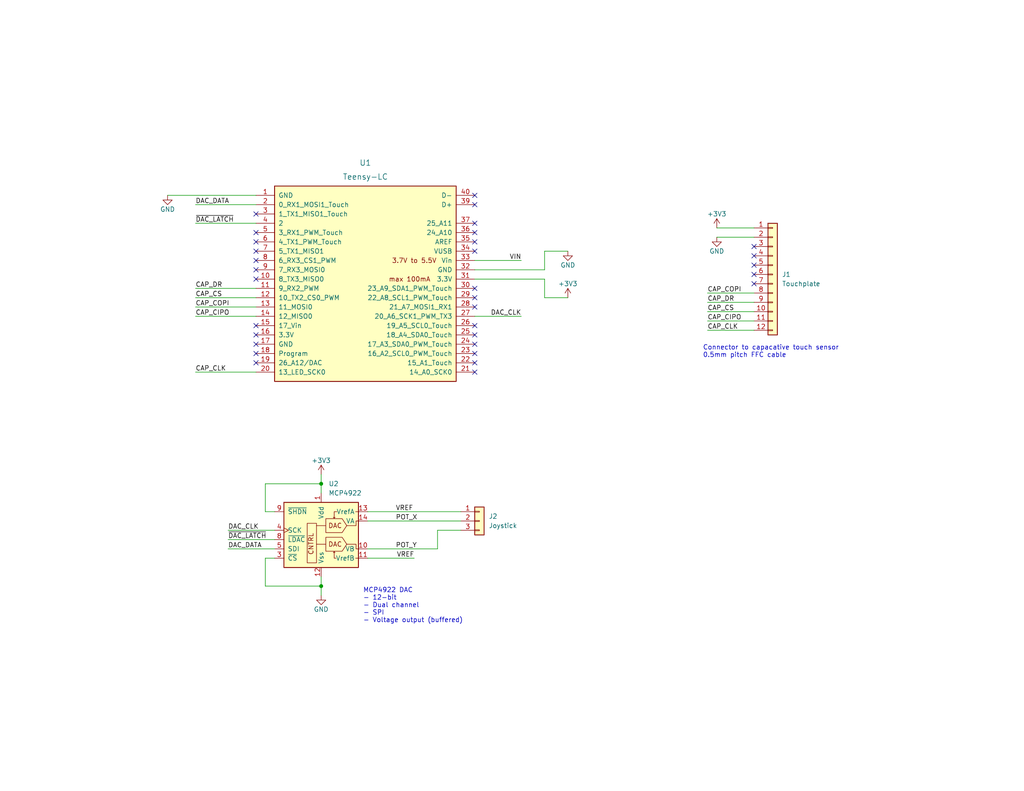
<source format=kicad_sch>
(kicad_sch (version 20211123) (generator eeschema)

  (uuid e63e39d7-6ac0-4ffd-8aa3-1841a4541b55)

  (paper "USLetter")

  (lib_symbols
    (symbol "Analog_DAC:MCP4922" (pin_names (offset 1.016)) (in_bom yes) (on_board yes)
      (property "Reference" "U" (id 0) (at -1.905 10.795 0)
        (effects (font (size 1.27 1.27)) (justify right))
      )
      (property "Value" "MCP4922" (id 1) (at -1.905 8.89 0)
        (effects (font (size 1.27 1.27)) (justify right))
      )
      (property "Footprint" "" (id 2) (at 20.32 -7.62 0)
        (effects (font (size 1.27 1.27)) hide)
      )
      (property "Datasheet" "http://ww1.microchip.com/downloads/en/DeviceDoc/22250A.pdf" (id 3) (at 20.32 -7.62 0)
        (effects (font (size 1.27 1.27)) hide)
      )
      (property "ki_keywords" "12-Bit DAC SPI 2CH" (id 4) (at 0 0 0)
        (effects (font (size 1.27 1.27)) hide)
      )
      (property "ki_description" "2-Channel 12-Bit D/A Converters with SPI Interface" (id 5) (at 0 0 0)
        (effects (font (size 1.27 1.27)) hide)
      )
      (property "ki_fp_filters" "DIP*W7.62mm* SOIC*3.9x8.7mm*P1.27mm* TSSOP*4.4x5mm*P0.65mm*" (id 6) (at 0 0 0)
        (effects (font (size 1.27 1.27)) hide)
      )
      (symbol "MCP4922_0_0"
        (polyline
          (pts
            (xy 3.556 -5.842)
            (xy 3.302 -6.096)
          )
          (stroke (width 0) (type default) (color 0 0 0 0))
          (fill (type none))
        )
        (polyline
          (pts
            (xy 3.556 -5.842)
            (xy 3.81 -6.096)
          )
          (stroke (width 0) (type default) (color 0 0 0 0))
          (fill (type none))
        )
        (polyline
          (pts
            (xy 3.556 3.302)
            (xy 3.302 3.556)
          )
          (stroke (width 0) (type default) (color 0 0 0 0))
          (fill (type none))
        )
        (polyline
          (pts
            (xy 3.556 3.302)
            (xy 3.81 3.556)
          )
          (stroke (width 0) (type default) (color 0 0 0 0))
          (fill (type none))
        )
        (polyline
          (pts
            (xy 10.16 -7.62)
            (xy 9.398 -7.62)
          )
          (stroke (width 0) (type default) (color 0 0 0 0))
          (fill (type none))
        )
        (polyline
          (pts
            (xy 10.16 5.08)
            (xy 9.398 5.08)
          )
          (stroke (width 0) (type default) (color 0 0 0 0))
          (fill (type none))
        )
        (polyline
          (pts
            (xy 4.064 -7.62)
            (xy 3.556 -7.62)
            (xy 3.556 -5.842)
          )
          (stroke (width 0) (type default) (color 0 0 0 0))
          (fill (type none))
        )
        (polyline
          (pts
            (xy 4.318 5.08)
            (xy 3.556 5.08)
            (xy 3.556 3.302)
          )
          (stroke (width 0) (type default) (color 0 0 0 0))
          (fill (type none))
        )
        (polyline
          (pts
            (xy 6.985 -3.81)
            (xy 9.525 -3.81)
            (xy 9.525 -5.08)
            (xy 10.16 -5.08)
          )
          (stroke (width 0) (type default) (color 0 0 0 0))
          (fill (type none))
        )
        (polyline
          (pts
            (xy 6.985 1.27)
            (xy 9.525 1.27)
            (xy 9.525 2.54)
            (xy 10.16 2.54)
          )
          (stroke (width 0) (type default) (color 0 0 0 0))
          (fill (type none))
        )
        (text "CNTRL" (at -2.032 -6.731 900)
          (effects (font (size 1.27 1.27)) (justify left bottom))
        )
        (text "DAC" (at 3.81 -3.81 0)
          (effects (font (size 1.27 1.27)))
        )
        (text "DAC" (at 3.81 1.27 0)
          (effects (font (size 1.27 1.27)))
        )
      )
      (symbol "MCP4922_0_1"
        (rectangle (start -10.16 7.62) (end 10.16 -10.16)
          (stroke (width 0.254) (type default) (color 0 0 0 0))
          (fill (type background))
        )
        (rectangle (start -1.27 -8.89) (end -3.81 1.905)
          (stroke (width 0) (type default) (color 0 0 0 0))
          (fill (type none))
        )
        (polyline
          (pts
            (xy 1.27 -3.81)
            (xy -1.27 -3.81)
          )
          (stroke (width 0) (type default) (color 0 0 0 0))
          (fill (type none))
        )
        (polyline
          (pts
            (xy 1.27 1.27)
            (xy -1.27 1.27)
          )
          (stroke (width 0) (type default) (color 0 0 0 0))
          (fill (type none))
        )
        (polyline
          (pts
            (xy 6.985 -3.81)
            (xy 5.715 -1.905)
            (xy 1.27 -1.905)
            (xy 1.27 -5.715)
            (xy 5.715 -5.715)
            (xy 6.985 -3.81)
          )
          (stroke (width 0) (type default) (color 0 0 0 0))
          (fill (type none))
        )
        (polyline
          (pts
            (xy 6.985 1.27)
            (xy 5.715 3.175)
            (xy 1.27 3.175)
            (xy 1.27 -0.635)
            (xy 5.715 -0.635)
            (xy 6.985 1.27)
          )
          (stroke (width 0) (type default) (color 0 0 0 0))
          (fill (type none))
        )
      )
      (symbol "MCP4922_1_1"
        (pin power_in line (at 0 10.16 270) (length 2.54)
          (name "Vdd" (effects (font (size 1.27 1.27))))
          (number "1" (effects (font (size 1.27 1.27))))
        )
        (pin output line (at 12.7 -5.08 180) (length 2.54)
          (name "VB" (effects (font (size 1.27 1.27))))
          (number "10" (effects (font (size 1.27 1.27))))
        )
        (pin input line (at 12.7 -7.62 180) (length 2.54)
          (name "VrefB" (effects (font (size 1.27 1.27))))
          (number "11" (effects (font (size 1.27 1.27))))
        )
        (pin power_in line (at 0 -12.7 90) (length 2.54)
          (name "Vss" (effects (font (size 1.27 1.27))))
          (number "12" (effects (font (size 1.27 1.27))))
        )
        (pin input line (at 12.7 5.08 180) (length 2.54)
          (name "VrefA" (effects (font (size 1.27 1.27))))
          (number "13" (effects (font (size 1.27 1.27))))
        )
        (pin output line (at 12.7 2.54 180) (length 2.54)
          (name "VA" (effects (font (size 1.27 1.27))))
          (number "14" (effects (font (size 1.27 1.27))))
        )
        (pin no_connect line (at -7.62 -12.7 90) (length 2.54) hide
          (name "NC" (effects (font (size 1.27 1.27))))
          (number "2" (effects (font (size 1.27 1.27))))
        )
        (pin input line (at -12.7 -7.62 0) (length 2.54)
          (name "~{CS}" (effects (font (size 1.27 1.27))))
          (number "3" (effects (font (size 1.27 1.27))))
        )
        (pin input clock (at -12.7 0 0) (length 2.54)
          (name "SCK" (effects (font (size 1.27 1.27))))
          (number "4" (effects (font (size 1.27 1.27))))
        )
        (pin input line (at -12.7 -5.08 0) (length 2.54)
          (name "SDI" (effects (font (size 1.27 1.27))))
          (number "5" (effects (font (size 1.27 1.27))))
        )
        (pin no_connect line (at -5.08 -12.7 90) (length 2.54) hide
          (name "NC" (effects (font (size 1.27 1.27))))
          (number "6" (effects (font (size 1.27 1.27))))
        )
        (pin no_connect line (at -2.54 -12.7 90) (length 2.54) hide
          (name "NC" (effects (font (size 1.27 1.27))))
          (number "7" (effects (font (size 1.27 1.27))))
        )
        (pin input line (at -12.7 -2.54 0) (length 2.54)
          (name "~{LDAC}" (effects (font (size 1.27 1.27))))
          (number "8" (effects (font (size 1.27 1.27))))
        )
        (pin output line (at -12.7 5.08 0) (length 2.54)
          (name "~{SHDN}" (effects (font (size 1.27 1.27))))
          (number "9" (effects (font (size 1.27 1.27))))
        )
      )
    )
    (symbol "Connector_Generic:Conn_01x03" (pin_names (offset 1.016) hide) (in_bom yes) (on_board yes)
      (property "Reference" "J" (id 0) (at 0 5.08 0)
        (effects (font (size 1.27 1.27)))
      )
      (property "Value" "Conn_01x03" (id 1) (at 0 -5.08 0)
        (effects (font (size 1.27 1.27)))
      )
      (property "Footprint" "" (id 2) (at 0 0 0)
        (effects (font (size 1.27 1.27)) hide)
      )
      (property "Datasheet" "~" (id 3) (at 0 0 0)
        (effects (font (size 1.27 1.27)) hide)
      )
      (property "ki_keywords" "connector" (id 4) (at 0 0 0)
        (effects (font (size 1.27 1.27)) hide)
      )
      (property "ki_description" "Generic connector, single row, 01x03, script generated (kicad-library-utils/schlib/autogen/connector/)" (id 5) (at 0 0 0)
        (effects (font (size 1.27 1.27)) hide)
      )
      (property "ki_fp_filters" "Connector*:*_1x??_*" (id 6) (at 0 0 0)
        (effects (font (size 1.27 1.27)) hide)
      )
      (symbol "Conn_01x03_1_1"
        (rectangle (start -1.27 -2.413) (end 0 -2.667)
          (stroke (width 0.1524) (type default) (color 0 0 0 0))
          (fill (type none))
        )
        (rectangle (start -1.27 0.127) (end 0 -0.127)
          (stroke (width 0.1524) (type default) (color 0 0 0 0))
          (fill (type none))
        )
        (rectangle (start -1.27 2.667) (end 0 2.413)
          (stroke (width 0.1524) (type default) (color 0 0 0 0))
          (fill (type none))
        )
        (rectangle (start -1.27 3.81) (end 1.27 -3.81)
          (stroke (width 0.254) (type default) (color 0 0 0 0))
          (fill (type background))
        )
        (pin passive line (at -5.08 2.54 0) (length 3.81)
          (name "Pin_1" (effects (font (size 1.27 1.27))))
          (number "1" (effects (font (size 1.27 1.27))))
        )
        (pin passive line (at -5.08 0 0) (length 3.81)
          (name "Pin_2" (effects (font (size 1.27 1.27))))
          (number "2" (effects (font (size 1.27 1.27))))
        )
        (pin passive line (at -5.08 -2.54 0) (length 3.81)
          (name "Pin_3" (effects (font (size 1.27 1.27))))
          (number "3" (effects (font (size 1.27 1.27))))
        )
      )
    )
    (symbol "Connector_Generic:Conn_01x12" (pin_names (offset 1.016) hide) (in_bom yes) (on_board yes)
      (property "Reference" "J" (id 0) (at 0 15.24 0)
        (effects (font (size 1.27 1.27)))
      )
      (property "Value" "Conn_01x12" (id 1) (at 0 -17.78 0)
        (effects (font (size 1.27 1.27)))
      )
      (property "Footprint" "" (id 2) (at 0 0 0)
        (effects (font (size 1.27 1.27)) hide)
      )
      (property "Datasheet" "~" (id 3) (at 0 0 0)
        (effects (font (size 1.27 1.27)) hide)
      )
      (property "ki_keywords" "connector" (id 4) (at 0 0 0)
        (effects (font (size 1.27 1.27)) hide)
      )
      (property "ki_description" "Generic connector, single row, 01x12, script generated (kicad-library-utils/schlib/autogen/connector/)" (id 5) (at 0 0 0)
        (effects (font (size 1.27 1.27)) hide)
      )
      (property "ki_fp_filters" "Connector*:*_1x??_*" (id 6) (at 0 0 0)
        (effects (font (size 1.27 1.27)) hide)
      )
      (symbol "Conn_01x12_1_1"
        (rectangle (start -1.27 -15.113) (end 0 -15.367)
          (stroke (width 0.1524) (type default) (color 0 0 0 0))
          (fill (type none))
        )
        (rectangle (start -1.27 -12.573) (end 0 -12.827)
          (stroke (width 0.1524) (type default) (color 0 0 0 0))
          (fill (type none))
        )
        (rectangle (start -1.27 -10.033) (end 0 -10.287)
          (stroke (width 0.1524) (type default) (color 0 0 0 0))
          (fill (type none))
        )
        (rectangle (start -1.27 -7.493) (end 0 -7.747)
          (stroke (width 0.1524) (type default) (color 0 0 0 0))
          (fill (type none))
        )
        (rectangle (start -1.27 -4.953) (end 0 -5.207)
          (stroke (width 0.1524) (type default) (color 0 0 0 0))
          (fill (type none))
        )
        (rectangle (start -1.27 -2.413) (end 0 -2.667)
          (stroke (width 0.1524) (type default) (color 0 0 0 0))
          (fill (type none))
        )
        (rectangle (start -1.27 0.127) (end 0 -0.127)
          (stroke (width 0.1524) (type default) (color 0 0 0 0))
          (fill (type none))
        )
        (rectangle (start -1.27 2.667) (end 0 2.413)
          (stroke (width 0.1524) (type default) (color 0 0 0 0))
          (fill (type none))
        )
        (rectangle (start -1.27 5.207) (end 0 4.953)
          (stroke (width 0.1524) (type default) (color 0 0 0 0))
          (fill (type none))
        )
        (rectangle (start -1.27 7.747) (end 0 7.493)
          (stroke (width 0.1524) (type default) (color 0 0 0 0))
          (fill (type none))
        )
        (rectangle (start -1.27 10.287) (end 0 10.033)
          (stroke (width 0.1524) (type default) (color 0 0 0 0))
          (fill (type none))
        )
        (rectangle (start -1.27 12.827) (end 0 12.573)
          (stroke (width 0.1524) (type default) (color 0 0 0 0))
          (fill (type none))
        )
        (rectangle (start -1.27 13.97) (end 1.27 -16.51)
          (stroke (width 0.254) (type default) (color 0 0 0 0))
          (fill (type background))
        )
        (pin passive line (at -5.08 12.7 0) (length 3.81)
          (name "Pin_1" (effects (font (size 1.27 1.27))))
          (number "1" (effects (font (size 1.27 1.27))))
        )
        (pin passive line (at -5.08 -10.16 0) (length 3.81)
          (name "Pin_10" (effects (font (size 1.27 1.27))))
          (number "10" (effects (font (size 1.27 1.27))))
        )
        (pin passive line (at -5.08 -12.7 0) (length 3.81)
          (name "Pin_11" (effects (font (size 1.27 1.27))))
          (number "11" (effects (font (size 1.27 1.27))))
        )
        (pin passive line (at -5.08 -15.24 0) (length 3.81)
          (name "Pin_12" (effects (font (size 1.27 1.27))))
          (number "12" (effects (font (size 1.27 1.27))))
        )
        (pin passive line (at -5.08 10.16 0) (length 3.81)
          (name "Pin_2" (effects (font (size 1.27 1.27))))
          (number "2" (effects (font (size 1.27 1.27))))
        )
        (pin passive line (at -5.08 7.62 0) (length 3.81)
          (name "Pin_3" (effects (font (size 1.27 1.27))))
          (number "3" (effects (font (size 1.27 1.27))))
        )
        (pin passive line (at -5.08 5.08 0) (length 3.81)
          (name "Pin_4" (effects (font (size 1.27 1.27))))
          (number "4" (effects (font (size 1.27 1.27))))
        )
        (pin passive line (at -5.08 2.54 0) (length 3.81)
          (name "Pin_5" (effects (font (size 1.27 1.27))))
          (number "5" (effects (font (size 1.27 1.27))))
        )
        (pin passive line (at -5.08 0 0) (length 3.81)
          (name "Pin_6" (effects (font (size 1.27 1.27))))
          (number "6" (effects (font (size 1.27 1.27))))
        )
        (pin passive line (at -5.08 -2.54 0) (length 3.81)
          (name "Pin_7" (effects (font (size 1.27 1.27))))
          (number "7" (effects (font (size 1.27 1.27))))
        )
        (pin passive line (at -5.08 -5.08 0) (length 3.81)
          (name "Pin_8" (effects (font (size 1.27 1.27))))
          (number "8" (effects (font (size 1.27 1.27))))
        )
        (pin passive line (at -5.08 -7.62 0) (length 3.81)
          (name "Pin_9" (effects (font (size 1.27 1.27))))
          (number "9" (effects (font (size 1.27 1.27))))
        )
      )
    )
    (symbol "power:+3.3V" (power) (pin_names (offset 0)) (in_bom yes) (on_board yes)
      (property "Reference" "#PWR" (id 0) (at 0 -3.81 0)
        (effects (font (size 1.27 1.27)) hide)
      )
      (property "Value" "+3.3V" (id 1) (at 0 3.556 0)
        (effects (font (size 1.27 1.27)))
      )
      (property "Footprint" "" (id 2) (at 0 0 0)
        (effects (font (size 1.27 1.27)) hide)
      )
      (property "Datasheet" "" (id 3) (at 0 0 0)
        (effects (font (size 1.27 1.27)) hide)
      )
      (property "ki_keywords" "power-flag" (id 4) (at 0 0 0)
        (effects (font (size 1.27 1.27)) hide)
      )
      (property "ki_description" "Power symbol creates a global label with name \"+3.3V\"" (id 5) (at 0 0 0)
        (effects (font (size 1.27 1.27)) hide)
      )
      (symbol "+3.3V_0_1"
        (polyline
          (pts
            (xy -0.762 1.27)
            (xy 0 2.54)
          )
          (stroke (width 0) (type default) (color 0 0 0 0))
          (fill (type none))
        )
        (polyline
          (pts
            (xy 0 0)
            (xy 0 2.54)
          )
          (stroke (width 0) (type default) (color 0 0 0 0))
          (fill (type none))
        )
        (polyline
          (pts
            (xy 0 2.54)
            (xy 0.762 1.27)
          )
          (stroke (width 0) (type default) (color 0 0 0 0))
          (fill (type none))
        )
      )
      (symbol "+3.3V_1_1"
        (pin power_in line (at 0 0 90) (length 0) hide
          (name "+3V3" (effects (font (size 1.27 1.27))))
          (number "1" (effects (font (size 1.27 1.27))))
        )
      )
    )
    (symbol "power:GND" (power) (pin_names (offset 0)) (in_bom yes) (on_board yes)
      (property "Reference" "#PWR" (id 0) (at 0 -6.35 0)
        (effects (font (size 1.27 1.27)) hide)
      )
      (property "Value" "GND" (id 1) (at 0 -3.81 0)
        (effects (font (size 1.27 1.27)))
      )
      (property "Footprint" "" (id 2) (at 0 0 0)
        (effects (font (size 1.27 1.27)) hide)
      )
      (property "Datasheet" "" (id 3) (at 0 0 0)
        (effects (font (size 1.27 1.27)) hide)
      )
      (property "ki_keywords" "power-flag" (id 4) (at 0 0 0)
        (effects (font (size 1.27 1.27)) hide)
      )
      (property "ki_description" "Power symbol creates a global label with name \"GND\" , ground" (id 5) (at 0 0 0)
        (effects (font (size 1.27 1.27)) hide)
      )
      (symbol "GND_0_1"
        (polyline
          (pts
            (xy 0 0)
            (xy 0 -1.27)
            (xy 1.27 -1.27)
            (xy 0 -2.54)
            (xy -1.27 -1.27)
            (xy 0 -1.27)
          )
          (stroke (width 0) (type default) (color 0 0 0 0))
          (fill (type none))
        )
      )
      (symbol "GND_1_1"
        (pin power_in line (at 0 0 270) (length 0) hide
          (name "GND" (effects (font (size 1.27 1.27))))
          (number "1" (effects (font (size 1.27 1.27))))
        )
      )
    )
    (symbol "teensy:Teensy-LC" (pin_names (offset 1.016)) (in_bom yes) (on_board yes)
      (property "Reference" "U" (id 0) (at 0 29.21 0)
        (effects (font (size 1.524 1.524)))
      )
      (property "Value" "Teensy-LC" (id 1) (at 0 -29.21 0)
        (effects (font (size 1.524 1.524)))
      )
      (property "Footprint" "" (id 2) (at 0 -13.97 0)
        (effects (font (size 1.524 1.524)))
      )
      (property "Datasheet" "" (id 3) (at 0 -13.97 0)
        (effects (font (size 1.524 1.524)))
      )
      (symbol "Teensy-LC_0_0"
        (text "3.7V to 5.5V" (at 13.97 6.35 0)
          (effects (font (size 1.27 1.27)))
        )
        (text "max 100mA" (at 12.7 1.27 0)
          (effects (font (size 1.27 1.27)))
        )
      )
      (symbol "Teensy-LC_0_1"
        (rectangle (start -24.13 26.67) (end 25.4 -26.67)
          (stroke (width 0.254) (type default) (color 0 0 0 0))
          (fill (type background))
        )
      )
      (symbol "Teensy-LC_1_1"
        (pin power_in line (at -29.21 24.13 0) (length 5.08)
          (name "GND" (effects (font (size 1.27 1.27))))
          (number "1" (effects (font (size 1.27 1.27))))
        )
        (pin bidirectional line (at -29.21 1.27 0) (length 5.08)
          (name "8_TX3_MISO0" (effects (font (size 1.27 1.27))))
          (number "10" (effects (font (size 1.27 1.27))))
        )
        (pin bidirectional line (at -29.21 -1.27 0) (length 5.08)
          (name "9_RX2_PWM" (effects (font (size 1.27 1.27))))
          (number "11" (effects (font (size 1.27 1.27))))
        )
        (pin bidirectional line (at -29.21 -3.81 0) (length 5.08)
          (name "10_TX2_CS0_PWM" (effects (font (size 1.27 1.27))))
          (number "12" (effects (font (size 1.27 1.27))))
        )
        (pin bidirectional line (at -29.21 -6.35 0) (length 5.08)
          (name "11_MOSI0" (effects (font (size 1.27 1.27))))
          (number "13" (effects (font (size 1.27 1.27))))
        )
        (pin bidirectional line (at -29.21 -8.89 0) (length 5.08)
          (name "12_MISO0" (effects (font (size 1.27 1.27))))
          (number "14" (effects (font (size 1.27 1.27))))
        )
        (pin output line (at -29.21 -11.43 0) (length 5.08)
          (name "17_Vin" (effects (font (size 1.27 1.27))))
          (number "15" (effects (font (size 1.27 1.27))))
        )
        (pin power_in line (at -29.21 -13.97 0) (length 5.08)
          (name "3.3V" (effects (font (size 1.27 1.27))))
          (number "16" (effects (font (size 1.27 1.27))))
        )
        (pin power_in line (at -29.21 -16.51 0) (length 5.08)
          (name "GND" (effects (font (size 1.27 1.27))))
          (number "17" (effects (font (size 1.27 1.27))))
        )
        (pin input line (at -29.21 -19.05 0) (length 5.08)
          (name "Program" (effects (font (size 1.27 1.27))))
          (number "18" (effects (font (size 1.27 1.27))))
        )
        (pin bidirectional line (at -29.21 -21.59 0) (length 5.08)
          (name "26_A12/DAC" (effects (font (size 1.27 1.27))))
          (number "19" (effects (font (size 1.27 1.27))))
        )
        (pin bidirectional line (at -29.21 21.59 0) (length 5.08)
          (name "0_RX1_MOSI1_Touch" (effects (font (size 1.27 1.27))))
          (number "2" (effects (font (size 1.27 1.27))))
        )
        (pin bidirectional line (at -29.21 -24.13 0) (length 5.08)
          (name "13_LED_SCK0" (effects (font (size 1.27 1.27))))
          (number "20" (effects (font (size 1.27 1.27))))
        )
        (pin bidirectional line (at 30.48 -24.13 180) (length 5.08)
          (name "14_A0_SCK0" (effects (font (size 1.27 1.27))))
          (number "21" (effects (font (size 1.27 1.27))))
        )
        (pin bidirectional line (at 30.48 -21.59 180) (length 5.08)
          (name "15_A1_Touch" (effects (font (size 1.27 1.27))))
          (number "22" (effects (font (size 1.27 1.27))))
        )
        (pin bidirectional line (at 30.48 -19.05 180) (length 5.08)
          (name "16_A2_SCL0_PWM_Touch" (effects (font (size 1.27 1.27))))
          (number "23" (effects (font (size 1.27 1.27))))
        )
        (pin bidirectional line (at 30.48 -16.51 180) (length 5.08)
          (name "17_A3_SDA0_PWM_Touch" (effects (font (size 1.27 1.27))))
          (number "24" (effects (font (size 1.27 1.27))))
        )
        (pin bidirectional line (at 30.48 -13.97 180) (length 5.08)
          (name "18_A4_SDA0_Touch" (effects (font (size 1.27 1.27))))
          (number "25" (effects (font (size 1.27 1.27))))
        )
        (pin bidirectional line (at 30.48 -11.43 180) (length 5.08)
          (name "19_A5_SCL0_Touch" (effects (font (size 1.27 1.27))))
          (number "26" (effects (font (size 1.27 1.27))))
        )
        (pin bidirectional line (at 30.48 -8.89 180) (length 5.08)
          (name "20_A6_SCK1_PWM_TX3" (effects (font (size 1.27 1.27))))
          (number "27" (effects (font (size 1.27 1.27))))
        )
        (pin bidirectional line (at 30.48 -6.35 180) (length 5.08)
          (name "21_A7_MOSI1_RX1" (effects (font (size 1.27 1.27))))
          (number "28" (effects (font (size 1.27 1.27))))
        )
        (pin bidirectional line (at 30.48 -3.81 180) (length 5.08)
          (name "22_A8_SCL1_PWM_Touch" (effects (font (size 1.27 1.27))))
          (number "29" (effects (font (size 1.27 1.27))))
        )
        (pin bidirectional line (at -29.21 19.05 0) (length 5.08)
          (name "1_TX1_MISO1_Touch" (effects (font (size 1.27 1.27))))
          (number "3" (effects (font (size 1.27 1.27))))
        )
        (pin bidirectional line (at 30.48 -1.27 180) (length 5.08)
          (name "23_A9_SDA1_PWM_Touch" (effects (font (size 1.27 1.27))))
          (number "30" (effects (font (size 1.27 1.27))))
        )
        (pin power_out line (at 30.48 1.27 180) (length 5.08)
          (name "3.3V" (effects (font (size 1.27 1.27))))
          (number "31" (effects (font (size 1.27 1.27))))
        )
        (pin power_in line (at 30.48 3.81 180) (length 5.08)
          (name "GND" (effects (font (size 1.27 1.27))))
          (number "32" (effects (font (size 1.27 1.27))))
        )
        (pin power_in line (at 30.48 6.35 180) (length 5.08)
          (name "Vin" (effects (font (size 1.27 1.27))))
          (number "33" (effects (font (size 1.27 1.27))))
        )
        (pin power_in line (at 30.48 8.89 180) (length 5.08)
          (name "VUSB" (effects (font (size 1.27 1.27))))
          (number "34" (effects (font (size 1.27 1.27))))
        )
        (pin input line (at 30.48 11.43 180) (length 5.08)
          (name "AREF" (effects (font (size 1.27 1.27))))
          (number "35" (effects (font (size 1.27 1.27))))
        )
        (pin bidirectional line (at 30.48 13.97 180) (length 5.08)
          (name "24_A10" (effects (font (size 1.27 1.27))))
          (number "36" (effects (font (size 1.27 1.27))))
        )
        (pin bidirectional line (at 30.48 16.51 180) (length 5.08)
          (name "25_A11" (effects (font (size 1.27 1.27))))
          (number "37" (effects (font (size 1.27 1.27))))
        )
        (pin bidirectional line (at 30.48 21.59 180) (length 5.08)
          (name "D+" (effects (font (size 1.27 1.27))))
          (number "39" (effects (font (size 1.27 1.27))))
        )
        (pin bidirectional line (at -29.21 16.51 0) (length 5.08)
          (name "2" (effects (font (size 1.27 1.27))))
          (number "4" (effects (font (size 1.27 1.27))))
        )
        (pin bidirectional line (at 30.48 24.13 180) (length 5.08)
          (name "D-" (effects (font (size 1.27 1.27))))
          (number "40" (effects (font (size 1.27 1.27))))
        )
        (pin bidirectional line (at -29.21 13.97 0) (length 5.08)
          (name "3_RX1_PWM_Touch" (effects (font (size 1.27 1.27))))
          (number "5" (effects (font (size 1.27 1.27))))
        )
        (pin bidirectional line (at -29.21 11.43 0) (length 5.08)
          (name "4_TX1_PWM_Touch" (effects (font (size 1.27 1.27))))
          (number "6" (effects (font (size 1.27 1.27))))
        )
        (pin bidirectional line (at -29.21 8.89 0) (length 5.08)
          (name "5_TX1_MISO1" (effects (font (size 1.27 1.27))))
          (number "7" (effects (font (size 1.27 1.27))))
        )
        (pin bidirectional line (at -29.21 6.35 0) (length 5.08)
          (name "6_RX3_CS1_PWM" (effects (font (size 1.27 1.27))))
          (number "8" (effects (font (size 1.27 1.27))))
        )
        (pin bidirectional line (at -29.21 3.81 0) (length 5.08)
          (name "7_RX3_MOSI0" (effects (font (size 1.27 1.27))))
          (number "9" (effects (font (size 1.27 1.27))))
        )
      )
    )
  )

  (junction (at 87.63 160.02) (diameter 0) (color 0 0 0 0)
    (uuid 5d7bfcfa-2c97-4dd7-ae44-67b45a5f8d95)
  )
  (junction (at 87.63 132.08) (diameter 0) (color 0 0 0 0)
    (uuid 5fec07fd-90f1-4f38-b7ad-a76ec3c64058)
  )

  (no_connect (at 205.74 72.39) (uuid 00c2d83b-ae83-4f68-93c0-332f0e4979a5))
  (no_connect (at 69.85 58.42) (uuid 31fff217-a96d-4de1-ae45-a1253dcaa4c2))
  (no_connect (at 69.85 88.9) (uuid af650a66-e0bd-4087-b628-2390fd9c9bac))
  (no_connect (at 69.85 91.44) (uuid af650a66-e0bd-4087-b628-2390fd9c9bad))
  (no_connect (at 69.85 93.98) (uuid af650a66-e0bd-4087-b628-2390fd9c9bae))
  (no_connect (at 205.74 67.31) (uuid c25fd387-e3b4-4cc4-a8f0-fc9b46842dee))
  (no_connect (at 205.74 77.47) (uuid c2b50cf3-d554-4691-aeb3-98104b3f8f51))
  (no_connect (at 205.74 74.93) (uuid e2291e5c-68d4-47d1-bcec-e9358a86756d))
  (no_connect (at 129.54 101.6) (uuid f0f64081-9745-4ff4-86e8-3f39e731207b))
  (no_connect (at 129.54 88.9) (uuid f0f64081-9745-4ff4-86e8-3f39e731207c))
  (no_connect (at 129.54 99.06) (uuid f0f64081-9745-4ff4-86e8-3f39e731207d))
  (no_connect (at 129.54 93.98) (uuid f0f64081-9745-4ff4-86e8-3f39e731207e))
  (no_connect (at 129.54 96.52) (uuid f0f64081-9745-4ff4-86e8-3f39e731207f))
  (no_connect (at 129.54 91.44) (uuid f0f64081-9745-4ff4-86e8-3f39e7312080))
  (no_connect (at 129.54 68.58) (uuid f0f64081-9745-4ff4-86e8-3f39e7312081))
  (no_connect (at 129.54 81.28) (uuid f0f64081-9745-4ff4-86e8-3f39e7312082))
  (no_connect (at 129.54 66.04) (uuid f0f64081-9745-4ff4-86e8-3f39e7312083))
  (no_connect (at 129.54 83.82) (uuid f0f64081-9745-4ff4-86e8-3f39e7312084))
  (no_connect (at 129.54 78.74) (uuid f0f64081-9745-4ff4-86e8-3f39e7312085))
  (no_connect (at 129.54 63.5) (uuid f0f64081-9745-4ff4-86e8-3f39e7312086))
  (no_connect (at 129.54 53.34) (uuid f0f64081-9745-4ff4-86e8-3f39e7312087))
  (no_connect (at 129.54 60.96) (uuid f0f64081-9745-4ff4-86e8-3f39e7312088))
  (no_connect (at 129.54 55.88) (uuid f0f64081-9745-4ff4-86e8-3f39e7312089))
  (no_connect (at 69.85 73.66) (uuid f0f64081-9745-4ff4-86e8-3f39e731208a))
  (no_connect (at 69.85 71.12) (uuid f0f64081-9745-4ff4-86e8-3f39e731208b))
  (no_connect (at 69.85 68.58) (uuid f0f64081-9745-4ff4-86e8-3f39e731208c))
  (no_connect (at 69.85 76.2) (uuid f0f64081-9745-4ff4-86e8-3f39e731208d))
  (no_connect (at 69.85 63.5) (uuid f0f64081-9745-4ff4-86e8-3f39e731208e))
  (no_connect (at 69.85 66.04) (uuid f0f64081-9745-4ff4-86e8-3f39e731208f))
  (no_connect (at 69.85 96.52) (uuid f0f64081-9745-4ff4-86e8-3f39e7312090))
  (no_connect (at 69.85 99.06) (uuid f0f64081-9745-4ff4-86e8-3f39e7312091))
  (no_connect (at 205.74 69.85) (uuid fc13daa7-16d2-4671-9231-21b3a3dcd3eb))

  (wire (pts (xy 53.34 83.82) (xy 69.85 83.82))
    (stroke (width 0) (type default) (color 0 0 0 0))
    (uuid 0242b663-8d70-4160-b640-af455388fe6c)
  )
  (wire (pts (xy 129.54 73.66) (xy 148.59 73.66))
    (stroke (width 0) (type default) (color 0 0 0 0))
    (uuid 02a15e94-07e6-430b-9591-116c7ae15f30)
  )
  (wire (pts (xy 193.04 85.09) (xy 205.74 85.09))
    (stroke (width 0) (type default) (color 0 0 0 0))
    (uuid 09e8535c-28a4-41d3-ab0b-419ee83589f0)
  )
  (wire (pts (xy 100.33 152.4) (xy 113.03 152.4))
    (stroke (width 0) (type default) (color 0 0 0 0))
    (uuid 0be63014-81c7-4514-8e6c-54b5c6a50048)
  )
  (wire (pts (xy 193.04 82.55) (xy 205.74 82.55))
    (stroke (width 0) (type default) (color 0 0 0 0))
    (uuid 198cbea0-5a44-4557-ac22-256d1aa0a65f)
  )
  (wire (pts (xy 148.59 68.58) (xy 154.94 68.58))
    (stroke (width 0) (type default) (color 0 0 0 0))
    (uuid 1ea4aa14-ca03-40f5-8313-7b9c4ce6ea57)
  )
  (wire (pts (xy 193.04 90.17) (xy 205.74 90.17))
    (stroke (width 0) (type default) (color 0 0 0 0))
    (uuid 2a48d094-0c1e-4366-b8e9-3d37a5974531)
  )
  (wire (pts (xy 53.34 60.96) (xy 69.85 60.96))
    (stroke (width 0) (type default) (color 0 0 0 0))
    (uuid 2baf1f97-eb75-4dd8-a4fa-6d4232db6fd6)
  )
  (wire (pts (xy 100.33 139.7) (xy 125.73 139.7))
    (stroke (width 0) (type default) (color 0 0 0 0))
    (uuid 30c24abb-6406-41df-8566-d6575a18628c)
  )
  (wire (pts (xy 87.63 160.02) (xy 87.63 162.56))
    (stroke (width 0) (type default) (color 0 0 0 0))
    (uuid 3624f8ff-2425-4b82-a6fc-b0ddd7bfdf00)
  )
  (wire (pts (xy 125.73 144.78) (xy 119.38 144.78))
    (stroke (width 0) (type default) (color 0 0 0 0))
    (uuid 3c5ef32c-4145-420d-b2b9-fae73bd49f01)
  )
  (wire (pts (xy 62.23 147.32) (xy 74.93 147.32))
    (stroke (width 0) (type default) (color 0 0 0 0))
    (uuid 3e02753a-2a2b-403c-b3b3-47722b4eb120)
  )
  (wire (pts (xy 53.34 81.28) (xy 69.85 81.28))
    (stroke (width 0) (type default) (color 0 0 0 0))
    (uuid 49847794-2a0e-467f-a944-ebc1e7380e00)
  )
  (wire (pts (xy 62.23 144.78) (xy 74.93 144.78))
    (stroke (width 0) (type default) (color 0 0 0 0))
    (uuid 4f2c262a-0563-476d-9a7a-5ecbbf90e124)
  )
  (wire (pts (xy 72.39 132.08) (xy 87.63 132.08))
    (stroke (width 0) (type default) (color 0 0 0 0))
    (uuid 551c8104-3090-4d26-bd9b-985dcf0e47ef)
  )
  (wire (pts (xy 142.24 71.12) (xy 129.54 71.12))
    (stroke (width 0) (type default) (color 0 0 0 0))
    (uuid 56e24d2e-dd24-4d6b-8ca4-ed2e05b00281)
  )
  (wire (pts (xy 195.58 64.77) (xy 205.74 64.77))
    (stroke (width 0) (type default) (color 0 0 0 0))
    (uuid 5a864e63-3bc5-4963-8f67-c16e2c76627c)
  )
  (wire (pts (xy 154.94 81.28) (xy 148.59 81.28))
    (stroke (width 0) (type default) (color 0 0 0 0))
    (uuid 6f59a8bd-0a61-46d7-9f68-2031a4cb1f0e)
  )
  (wire (pts (xy 148.59 76.2) (xy 148.59 81.28))
    (stroke (width 0) (type default) (color 0 0 0 0))
    (uuid 7565bcc7-6eab-49a5-8545-ee6ecb7d9c3e)
  )
  (wire (pts (xy 72.39 160.02) (xy 87.63 160.02))
    (stroke (width 0) (type default) (color 0 0 0 0))
    (uuid 76a61e91-6a31-4a64-800c-1db68fb865da)
  )
  (wire (pts (xy 100.33 142.24) (xy 125.73 142.24))
    (stroke (width 0) (type default) (color 0 0 0 0))
    (uuid 7a9f076f-3948-481c-b191-81b90a1c6686)
  )
  (wire (pts (xy 62.23 149.86) (xy 74.93 149.86))
    (stroke (width 0) (type default) (color 0 0 0 0))
    (uuid 8130c83c-e88e-425f-92d4-f32a6f6260ef)
  )
  (wire (pts (xy 72.39 139.7) (xy 72.39 132.08))
    (stroke (width 0) (type default) (color 0 0 0 0))
    (uuid a141222d-c2af-45b8-93cc-094485819df4)
  )
  (wire (pts (xy 87.63 132.08) (xy 87.63 134.62))
    (stroke (width 0) (type default) (color 0 0 0 0))
    (uuid a546a891-9b17-4995-887d-31474bfe656d)
  )
  (wire (pts (xy 193.04 80.01) (xy 205.74 80.01))
    (stroke (width 0) (type default) (color 0 0 0 0))
    (uuid a5d5168e-9a2c-44a8-ad10-9c00265811ec)
  )
  (wire (pts (xy 53.34 101.6) (xy 69.85 101.6))
    (stroke (width 0) (type default) (color 0 0 0 0))
    (uuid b68a34bc-9eb8-4169-8a99-1d7ab68d58b5)
  )
  (wire (pts (xy 100.33 149.86) (xy 119.38 149.86))
    (stroke (width 0) (type default) (color 0 0 0 0))
    (uuid b90c44b9-8878-4981-a456-863daee41be7)
  )
  (wire (pts (xy 87.63 157.48) (xy 87.63 160.02))
    (stroke (width 0) (type default) (color 0 0 0 0))
    (uuid c341f603-0111-4092-9153-7b18a8e190f2)
  )
  (wire (pts (xy 72.39 152.4) (xy 72.39 160.02))
    (stroke (width 0) (type default) (color 0 0 0 0))
    (uuid c54852e5-db20-4ec8-9d3c-523a7048f041)
  )
  (wire (pts (xy 72.39 152.4) (xy 74.93 152.4))
    (stroke (width 0) (type default) (color 0 0 0 0))
    (uuid c78327a9-b3ae-411a-80d8-a6a4315749a8)
  )
  (wire (pts (xy 195.58 62.23) (xy 205.74 62.23))
    (stroke (width 0) (type default) (color 0 0 0 0))
    (uuid c84dfc2f-bf9d-437c-8953-3d10be5fde6a)
  )
  (wire (pts (xy 129.54 76.2) (xy 148.59 76.2))
    (stroke (width 0) (type default) (color 0 0 0 0))
    (uuid cb3661a5-5176-4662-9390-29857ae7b231)
  )
  (wire (pts (xy 53.34 78.74) (xy 69.85 78.74))
    (stroke (width 0) (type default) (color 0 0 0 0))
    (uuid d33ebc44-d80e-4fbe-83cc-2d4edd11e4ca)
  )
  (wire (pts (xy 72.39 139.7) (xy 74.93 139.7))
    (stroke (width 0) (type default) (color 0 0 0 0))
    (uuid d6594617-1361-4a74-9b3a-a5c3d0392c3b)
  )
  (wire (pts (xy 45.72 53.34) (xy 69.85 53.34))
    (stroke (width 0) (type default) (color 0 0 0 0))
    (uuid db9bef24-2a16-495c-b595-e8fbcacf89c9)
  )
  (wire (pts (xy 53.34 55.88) (xy 69.85 55.88))
    (stroke (width 0) (type default) (color 0 0 0 0))
    (uuid dc116e2b-a49d-4db9-b7b2-aa7668eed83e)
  )
  (wire (pts (xy 193.04 87.63) (xy 205.74 87.63))
    (stroke (width 0) (type default) (color 0 0 0 0))
    (uuid dc7c230b-368c-46e7-9ebd-7f18912341e7)
  )
  (wire (pts (xy 148.59 73.66) (xy 148.59 68.58))
    (stroke (width 0) (type default) (color 0 0 0 0))
    (uuid e48c1c50-151e-43db-867d-ea2cac1dc8ea)
  )
  (wire (pts (xy 129.54 86.36) (xy 142.24 86.36))
    (stroke (width 0) (type default) (color 0 0 0 0))
    (uuid e56c633e-8352-4fee-bb2e-787b591193a9)
  )
  (wire (pts (xy 53.34 86.36) (xy 69.85 86.36))
    (stroke (width 0) (type default) (color 0 0 0 0))
    (uuid f34040d4-ec9f-4fc4-b64d-2e40d48376fb)
  )
  (wire (pts (xy 87.63 129.54) (xy 87.63 132.08))
    (stroke (width 0) (type default) (color 0 0 0 0))
    (uuid f97113b5-321f-4a72-9cf9-d49e6f31c6e9)
  )
  (wire (pts (xy 119.38 144.78) (xy 119.38 149.86))
    (stroke (width 0) (type default) (color 0 0 0 0))
    (uuid fd670dee-fa82-4832-b717-73eaf526dc60)
  )

  (text "MCP4922 DAC\n- 12-bit\n- Dual channel\n- SPI\n- Voltage output (buffered)\n"
    (at 99.06 170.18 0)
    (effects (font (size 1.27 1.27)) (justify left bottom))
    (uuid cd3ebbbd-b3bf-4c30-a70d-80ba513cd156)
  )
  (text "Connector to capacative touch sensor \n0.5mm pitch FFC cable"
    (at 191.77 97.79 0)
    (effects (font (size 1.27 1.27)) (justify left bottom))
    (uuid d2733ef0-45ba-42f8-b732-aa16695fb6ef)
  )

  (label "POT_X" (at 107.95 142.24 0)
    (effects (font (size 1.27 1.27)) (justify left bottom))
    (uuid 0748f60e-b22c-4601-8bcd-bca60c1c42f7)
  )
  (label "CAP_CIPO" (at 53.34 86.36 0)
    (effects (font (size 1.27 1.27)) (justify left bottom))
    (uuid 0b47d9d6-fc14-474e-9b04-4c15a9e80b3f)
  )
  (label "CAP_COPI" (at 53.34 83.82 0)
    (effects (font (size 1.27 1.27)) (justify left bottom))
    (uuid 1f1d468a-d726-4f70-914c-657fb3771c13)
  )
  (label "~{DAC_LATCH}" (at 53.34 60.96 0)
    (effects (font (size 1.27 1.27)) (justify left bottom))
    (uuid 3095f10e-fa44-4cf0-98ee-2b3475f37e6b)
  )
  (label "~{DAC_LATCH}" (at 62.23 147.32 0)
    (effects (font (size 1.27 1.27)) (justify left bottom))
    (uuid 4d8d771b-e8f5-4371-8347-532326385dca)
  )
  (label "CAP_COPI" (at 193.04 80.01 0)
    (effects (font (size 1.27 1.27)) (justify left bottom))
    (uuid 58b8e92f-ebc7-49f7-8c09-bd4667742e68)
  )
  (label "DAC_DATA" (at 62.23 149.86 0)
    (effects (font (size 1.27 1.27)) (justify left bottom))
    (uuid 6147684c-fd4f-4edf-84da-b30098bfae51)
  )
  (label "CAP_CIPO" (at 193.04 87.63 0)
    (effects (font (size 1.27 1.27)) (justify left bottom))
    (uuid 724c9323-b684-43ff-883d-85a7d852f8ed)
  )
  (label "CAP_CLK" (at 193.04 90.17 0)
    (effects (font (size 1.27 1.27)) (justify left bottom))
    (uuid 7944be1a-33b2-4890-95a1-088029ee8fe8)
  )
  (label "CAP_DR" (at 193.04 82.55 0)
    (effects (font (size 1.27 1.27)) (justify left bottom))
    (uuid 7be574d5-14bd-401a-b467-87ce57f4dbb8)
  )
  (label "CAP_CLK" (at 53.34 101.6 0)
    (effects (font (size 1.27 1.27)) (justify left bottom))
    (uuid 8791c2cb-537e-447b-9468-5781a0b25811)
  )
  (label "VREF" (at 113.03 152.4 180)
    (effects (font (size 1.27 1.27)) (justify right bottom))
    (uuid 87eac53e-9ef9-4ff8-b925-d77a5be8a1ba)
  )
  (label "VREF" (at 107.95 139.7 0)
    (effects (font (size 1.27 1.27)) (justify left bottom))
    (uuid 96623308-2472-4c96-9e9d-ec52d546757e)
  )
  (label "VIN" (at 142.24 71.12 180)
    (effects (font (size 1.27 1.27)) (justify right bottom))
    (uuid a36a40b5-8212-49c1-9818-a259753ea85b)
  )
  (label "DAC_DATA" (at 53.34 55.88 0)
    (effects (font (size 1.27 1.27)) (justify left bottom))
    (uuid ad5ccd22-b910-4c82-b5cb-fc8c9a9fdcd9)
  )
  (label "CAP_CS" (at 193.04 85.09 0)
    (effects (font (size 1.27 1.27)) (justify left bottom))
    (uuid b119e32e-1bd3-4288-b336-adb3f6c015d1)
  )
  (label "CAP_DR" (at 53.34 78.74 0)
    (effects (font (size 1.27 1.27)) (justify left bottom))
    (uuid dcd71d97-af6b-4bd6-9a81-6b70c4a64196)
  )
  (label "POT_Y" (at 107.95 149.86 0)
    (effects (font (size 1.27 1.27)) (justify left bottom))
    (uuid dff26fee-5bcd-4ffc-9eaf-4ea5f6dd7400)
  )
  (label "DAC_CLK" (at 62.23 144.78 0)
    (effects (font (size 1.27 1.27)) (justify left bottom))
    (uuid edd32688-4bbf-44bb-8250-734f72549201)
  )
  (label "CAP_CS" (at 53.34 81.28 0)
    (effects (font (size 1.27 1.27)) (justify left bottom))
    (uuid f99185d8-3d1b-4847-86cf-2527e1206e40)
  )
  (label "DAC_CLK" (at 142.24 86.36 180)
    (effects (font (size 1.27 1.27)) (justify right bottom))
    (uuid ffab4f2c-8647-49d2-8c20-9dfe5bcb7e09)
  )

  (symbol (lib_id "power:+3.3V") (at 154.94 81.28 0) (unit 1)
    (in_bom yes) (on_board yes)
    (uuid 19839185-25d0-424f-8033-41f88875570d)
    (property "Reference" "#PWR0103" (id 0) (at 154.94 85.09 0)
      (effects (font (size 1.27 1.27)) hide)
    )
    (property "Value" "+3.3V" (id 1) (at 154.94 77.47 0))
    (property "Footprint" "" (id 2) (at 154.94 81.28 0)
      (effects (font (size 1.27 1.27)) hide)
    )
    (property "Datasheet" "" (id 3) (at 154.94 81.28 0)
      (effects (font (size 1.27 1.27)) hide)
    )
    (pin "1" (uuid 392090e2-804e-47e5-b5bc-83bf7612face))
  )

  (symbol (lib_id "power:GND") (at 45.72 53.34 0) (unit 1)
    (in_bom yes) (on_board yes)
    (uuid 37c0b43d-7ccc-43b2-b0f9-167dbb25f2ac)
    (property "Reference" "#PWR0106" (id 0) (at 45.72 59.69 0)
      (effects (font (size 1.27 1.27)) hide)
    )
    (property "Value" "GND" (id 1) (at 45.72 57.15 0))
    (property "Footprint" "" (id 2) (at 45.72 53.34 0)
      (effects (font (size 1.27 1.27)) hide)
    )
    (property "Datasheet" "" (id 3) (at 45.72 53.34 0)
      (effects (font (size 1.27 1.27)) hide)
    )
    (pin "1" (uuid 043e8f2d-4a2b-48b0-a84b-d7477a1c703a))
  )

  (symbol (lib_id "Analog_DAC:MCP4922") (at 87.63 144.78 0) (unit 1)
    (in_bom yes) (on_board yes) (fields_autoplaced)
    (uuid 3d393ff0-6c41-425e-88e6-5a83c9807245)
    (property "Reference" "U2" (id 0) (at 89.6494 132.08 0)
      (effects (font (size 1.27 1.27)) (justify left))
    )
    (property "Value" "MCP4922" (id 1) (at 89.6494 134.62 0)
      (effects (font (size 1.27 1.27)) (justify left))
    )
    (property "Footprint" "Package_SO:TSSOP-14_4.4x5mm_P0.65mm" (id 2) (at 107.95 152.4 0)
      (effects (font (size 1.27 1.27)) hide)
    )
    (property "Datasheet" "http://ww1.microchip.com/downloads/en/DeviceDoc/22250A.pdf" (id 3) (at 107.95 152.4 0)
      (effects (font (size 1.27 1.27)) hide)
    )
    (pin "1" (uuid d1a94000-8c8b-4263-b80f-ef5f1f9b587a))
    (pin "10" (uuid b47aeef8-f3fe-49df-9409-36d19aff9b2b))
    (pin "11" (uuid 890e14c9-0111-4b7e-b9ad-6cddf04736f8))
    (pin "12" (uuid 8e68b71f-fd86-4c96-9a2d-d519c3bdaf0e))
    (pin "13" (uuid e3594295-42f9-47e6-8577-04fe3d1f501b))
    (pin "14" (uuid 80ab0bec-e5b8-49b7-af2c-d9174187394d))
    (pin "2" (uuid cb5204e5-17f3-49a6-ae09-603f51d89612))
    (pin "3" (uuid 7a5a0845-5644-4d06-9a88-dc944c801901))
    (pin "4" (uuid 9534ec12-cb1f-4fe0-9c67-52e0693fc695))
    (pin "5" (uuid 5d661a2e-7a6f-40b4-bc59-3393cbe375b4))
    (pin "6" (uuid f2513f88-4039-4e70-a621-a5bb900941c2))
    (pin "7" (uuid dedb1711-ee93-4b37-a050-6dbe1d3da5c9))
    (pin "8" (uuid 005d55a9-ca91-4545-8745-4f08eefd93da))
    (pin "9" (uuid 03ee477b-c7fa-4252-aecf-b8b69850d97f))
  )

  (symbol (lib_id "power:+3.3V") (at 195.58 62.23 0) (mirror y) (unit 1)
    (in_bom yes) (on_board yes)
    (uuid 4bc3d327-13af-4950-a1a1-b2699a2f246e)
    (property "Reference" "#PWR0101" (id 0) (at 195.58 66.04 0)
      (effects (font (size 1.27 1.27)) hide)
    )
    (property "Value" "+3.3V" (id 1) (at 195.58 58.42 0))
    (property "Footprint" "" (id 2) (at 195.58 62.23 0)
      (effects (font (size 1.27 1.27)) hide)
    )
    (property "Datasheet" "" (id 3) (at 195.58 62.23 0)
      (effects (font (size 1.27 1.27)) hide)
    )
    (pin "1" (uuid 40703b37-f4f7-4e7f-8fb5-28d11ac8e656))
  )

  (symbol (lib_id "power:GND") (at 195.58 64.77 0) (mirror y) (unit 1)
    (in_bom yes) (on_board yes)
    (uuid 69921c08-672a-4cab-9ef8-75bc920d0409)
    (property "Reference" "#PWR0102" (id 0) (at 195.58 71.12 0)
      (effects (font (size 1.27 1.27)) hide)
    )
    (property "Value" "GND" (id 1) (at 195.58 68.58 0))
    (property "Footprint" "" (id 2) (at 195.58 64.77 0)
      (effects (font (size 1.27 1.27)) hide)
    )
    (property "Datasheet" "" (id 3) (at 195.58 64.77 0)
      (effects (font (size 1.27 1.27)) hide)
    )
    (pin "1" (uuid 30d77cc0-9fee-44cb-926a-15481c129c6b))
  )

  (symbol (lib_id "Connector_Generic:Conn_01x12") (at 210.82 74.93 0) (unit 1)
    (in_bom yes) (on_board yes) (fields_autoplaced)
    (uuid 6d95fe78-2a5a-465e-9c8d-b4c0c658f658)
    (property "Reference" "J1" (id 0) (at 213.36 74.9299 0)
      (effects (font (size 1.27 1.27)) (justify left))
    )
    (property "Value" "Touchplate" (id 1) (at 213.36 77.4699 0)
      (effects (font (size 1.27 1.27)) (justify left))
    )
    (property "Footprint" "Dream Controller:TE Connectivity 12P0.5mm FPC" (id 2) (at 210.82 74.93 0)
      (effects (font (size 1.27 1.27)) hide)
    )
    (property "Datasheet" "~" (id 3) (at 210.82 74.93 0)
      (effects (font (size 1.27 1.27)) hide)
    )
    (pin "1" (uuid d710793d-17d0-4ec0-8141-38b711e11f68))
    (pin "10" (uuid 4db6f07d-bfcd-4571-b965-00033fa96ceb))
    (pin "11" (uuid 639f0dba-6f1f-4250-a292-2bc84fdc0bd9))
    (pin "12" (uuid 783ddcea-5963-4365-9c5b-b3f14c41286e))
    (pin "2" (uuid 43714d0b-4bc0-4bc1-b51c-d08c8841d94f))
    (pin "3" (uuid 21a59345-27a7-4897-b2e6-9649b76a939d))
    (pin "4" (uuid b5597d14-2160-43fc-b93b-e45b6108b2ed))
    (pin "5" (uuid aaa431ae-1518-4e68-9b58-65dcc6c3b275))
    (pin "6" (uuid d43892d5-bf22-4ba5-a68d-aa4b5aa8ace8))
    (pin "7" (uuid 7a70f3d0-f4ee-4f5e-a2f1-5dacd800e359))
    (pin "8" (uuid 7590420e-d1ba-4de6-b735-37c11bf2577d))
    (pin "9" (uuid 7ba04905-b445-484d-927f-a99d3d0ad3d0))
  )

  (symbol (lib_id "power:+3.3V") (at 87.63 129.54 0) (unit 1)
    (in_bom yes) (on_board yes)
    (uuid 7de42da5-d171-4130-9f6b-118f2a505cac)
    (property "Reference" "#PWR0107" (id 0) (at 87.63 133.35 0)
      (effects (font (size 1.27 1.27)) hide)
    )
    (property "Value" "+3.3V" (id 1) (at 87.63 125.73 0))
    (property "Footprint" "" (id 2) (at 87.63 129.54 0)
      (effects (font (size 1.27 1.27)) hide)
    )
    (property "Datasheet" "" (id 3) (at 87.63 129.54 0)
      (effects (font (size 1.27 1.27)) hide)
    )
    (pin "1" (uuid f670be28-29d7-4a15-b11d-160a9c37dccc))
  )

  (symbol (lib_id "teensy:Teensy-LC") (at 99.06 77.47 0) (unit 1)
    (in_bom yes) (on_board yes) (fields_autoplaced)
    (uuid 868b5d0d-f911-4724-9580-d9e69eb9f709)
    (property "Reference" "U1" (id 0) (at 99.695 44.45 0)
      (effects (font (size 1.524 1.524)))
    )
    (property "Value" "Teensy-LC" (id 1) (at 99.695 48.26 0)
      (effects (font (size 1.524 1.524)))
    )
    (property "Footprint" "teensy:Teensy_LC" (id 2) (at 99.06 91.44 0)
      (effects (font (size 1.524 1.524)) hide)
    )
    (property "Datasheet" "" (id 3) (at 99.06 91.44 0)
      (effects (font (size 1.524 1.524)))
    )
    (pin "1" (uuid 54d76293-1ce2-46f8-9be7-a3d7f9f28112))
    (pin "10" (uuid 830aee7f-dfce-42cd-85ef-6370f6dc02f5))
    (pin "11" (uuid ee9a2826-2513-480e-a552-3d07af5bf8a5))
    (pin "12" (uuid 771cb5c1-62ba-4cca-999e-cdcbe417213c))
    (pin "13" (uuid 8e75264b-b45e-45ec-b230-7e1dce7d68b3))
    (pin "14" (uuid 5a010660-4a0b-4680-b361-32d4c3b60537))
    (pin "15" (uuid 81ab7ed7-7160-4650-b711-4daa2902dc8b))
    (pin "16" (uuid dbbbcbf5-ed09-4c20-902c-70f108158aba))
    (pin "17" (uuid b7dfd91c-6180-48d0-832a-f6a5a032a686))
    (pin "18" (uuid 72f9157b-77da-4a6d-9880-0711b21f6e23))
    (pin "19" (uuid ce55d4e5-cb2b-4927-9979-4a7fc840f632))
    (pin "2" (uuid 312474c5-a081-4cd1-b2e6-730f0718514a))
    (pin "20" (uuid 97693043-81ba-44a2-b87b-aca6193e0970))
    (pin "21" (uuid a6dd3322-fcf5-4e4f-88bb-77a3d82a4d05))
    (pin "22" (uuid 61a18b62-4111-4a9d-8fca-04c4c6f90cc3))
    (pin "23" (uuid 717b25a7-c9c2-4f6f-b744-a96113325c99))
    (pin "24" (uuid 9404ce4c-2ce6-4f88-8062-13577800d257))
    (pin "25" (uuid f2c43eeb-76da-49f4-b8e6-cd74ebb3190b))
    (pin "26" (uuid f87a4771-a0a7-489f-9d85-4574dbea71cc))
    (pin "27" (uuid 7700fef1-de5b-4197-be2d-18385e1e18f9))
    (pin "28" (uuid 5626e5e1-59f4-4773-828e-16057ddc3518))
    (pin "29" (uuid 44e77d57-d16f-4723-a95f-1ac45276c458))
    (pin "3" (uuid bcfbc157-43ce-49f7-bd18-6a9e2f2f30a3))
    (pin "30" (uuid f931f973-5615-451c-bb04-9a02aede6e6f))
    (pin "31" (uuid 25625d99-d45f-4b2f-9e62-009a122611f4))
    (pin "32" (uuid d23840a6-3c61-45ca-968a-bc57332fd7a4))
    (pin "33" (uuid 2edc487e-09a5-4e4e-9675-a7b323f56380))
    (pin "34" (uuid 100847e3-630c-4c13-ba45-180e92370805))
    (pin "35" (uuid a43f2e19-4e11-4e86-a12a-58a691d6df28))
    (pin "36" (uuid 64269ac3-771b-4c0d-91e0-eafc3dc4a07f))
    (pin "37" (uuid 02491520-945f-40c4-9160-4e5db9ac115d))
    (pin "39" (uuid 4c6a1dad-7acf-4a52-99b0-316025d1ab04))
    (pin "4" (uuid 909d0bdd-8a15-40f2-9dfd-be4a5d2d6b25))
    (pin "40" (uuid a46a2b22-69cf-45fb-b1d2-32ac89bbd3c8))
    (pin "5" (uuid fe9bdc33-eab1-4bdc-9603-57decb38d2a2))
    (pin "6" (uuid b5d84bc0-4d9a-4d1d-a476-5c6b51309fca))
    (pin "7" (uuid b1240f00-ec43-4c0b-9a41-43264db8a893))
    (pin "8" (uuid 3e011a46-81bd-4ecd-b93e-57dffb1143e5))
    (pin "9" (uuid 4198eb99-d244-457e-8768-395280df1a66))
  )

  (symbol (lib_id "Connector_Generic:Conn_01x03") (at 130.81 142.24 0) (unit 1)
    (in_bom yes) (on_board yes) (fields_autoplaced)
    (uuid 8eed24d0-e752-4f2e-b7e2-2ee38c448fda)
    (property "Reference" "J2" (id 0) (at 133.35 140.9699 0)
      (effects (font (size 1.27 1.27)) (justify left))
    )
    (property "Value" "Joystick" (id 1) (at 133.35 143.5099 0)
      (effects (font (size 1.27 1.27)) (justify left))
    )
    (property "Footprint" "Connector_PinHeader_2.00mm:PinHeader_1x03_P2.00mm_Vertical" (id 2) (at 130.81 142.24 0)
      (effects (font (size 1.27 1.27)) hide)
    )
    (property "Datasheet" "~" (id 3) (at 130.81 142.24 0)
      (effects (font (size 1.27 1.27)) hide)
    )
    (pin "1" (uuid e0fbd8bb-5b20-4904-98e2-c5a2ed143aad))
    (pin "2" (uuid 5fb0bcfa-f792-4afc-ac81-ce4c99c62220))
    (pin "3" (uuid dd2e5aee-acdc-4628-bdf9-8b63d8556e6f))
  )

  (symbol (lib_id "power:GND") (at 154.94 68.58 0) (unit 1)
    (in_bom yes) (on_board yes)
    (uuid a98e2ab2-b375-44df-98e0-4da35876e5dd)
    (property "Reference" "#PWR0104" (id 0) (at 154.94 74.93 0)
      (effects (font (size 1.27 1.27)) hide)
    )
    (property "Value" "GND" (id 1) (at 154.94 72.39 0))
    (property "Footprint" "" (id 2) (at 154.94 68.58 0)
      (effects (font (size 1.27 1.27)) hide)
    )
    (property "Datasheet" "" (id 3) (at 154.94 68.58 0)
      (effects (font (size 1.27 1.27)) hide)
    )
    (pin "1" (uuid 8a3f72af-306d-4a02-97f4-128374f53722))
  )

  (symbol (lib_id "power:GND") (at 87.63 162.56 0) (unit 1)
    (in_bom yes) (on_board yes)
    (uuid ec53f759-566e-471e-849d-c4bd867fa6b4)
    (property "Reference" "#PWR0105" (id 0) (at 87.63 168.91 0)
      (effects (font (size 1.27 1.27)) hide)
    )
    (property "Value" "GND" (id 1) (at 87.63 166.37 0))
    (property "Footprint" "" (id 2) (at 87.63 162.56 0)
      (effects (font (size 1.27 1.27)) hide)
    )
    (property "Datasheet" "" (id 3) (at 87.63 162.56 0)
      (effects (font (size 1.27 1.27)) hide)
    )
    (pin "1" (uuid 302fbcbe-3319-45a1-99b8-e852cc666fa0))
  )

  (sheet_instances
    (path "/" (page "1"))
  )

  (symbol_instances
    (path "/4bc3d327-13af-4950-a1a1-b2699a2f246e"
      (reference "#PWR0101") (unit 1) (value "+3.3V") (footprint "")
    )
    (path "/69921c08-672a-4cab-9ef8-75bc920d0409"
      (reference "#PWR0102") (unit 1) (value "GND") (footprint "")
    )
    (path "/19839185-25d0-424f-8033-41f88875570d"
      (reference "#PWR0103") (unit 1) (value "+3.3V") (footprint "")
    )
    (path "/a98e2ab2-b375-44df-98e0-4da35876e5dd"
      (reference "#PWR0104") (unit 1) (value "GND") (footprint "")
    )
    (path "/ec53f759-566e-471e-849d-c4bd867fa6b4"
      (reference "#PWR0105") (unit 1) (value "GND") (footprint "")
    )
    (path "/37c0b43d-7ccc-43b2-b0f9-167dbb25f2ac"
      (reference "#PWR0106") (unit 1) (value "GND") (footprint "")
    )
    (path "/7de42da5-d171-4130-9f6b-118f2a505cac"
      (reference "#PWR0107") (unit 1) (value "+3.3V") (footprint "")
    )
    (path "/6d95fe78-2a5a-465e-9c8d-b4c0c658f658"
      (reference "J1") (unit 1) (value "Touchplate") (footprint "Dream Controller:TE Connectivity 12P0.5mm FPC")
    )
    (path "/8eed24d0-e752-4f2e-b7e2-2ee38c448fda"
      (reference "J2") (unit 1) (value "Joystick") (footprint "Connector_PinHeader_2.00mm:PinHeader_1x03_P2.00mm_Vertical")
    )
    (path "/868b5d0d-f911-4724-9580-d9e69eb9f709"
      (reference "U1") (unit 1) (value "Teensy-LC") (footprint "teensy:Teensy_LC")
    )
    (path "/3d393ff0-6c41-425e-88e6-5a83c9807245"
      (reference "U2") (unit 1) (value "MCP4922") (footprint "Package_SO:TSSOP-14_4.4x5mm_P0.65mm")
    )
  )
)

</source>
